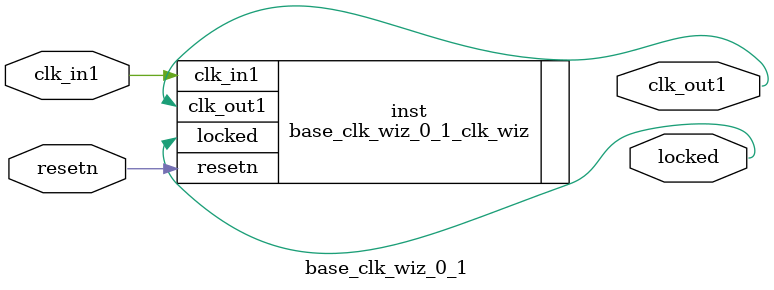
<source format=v>


`timescale 1ps/1ps

(* CORE_GENERATION_INFO = "base_clk_wiz_0_1,clk_wiz_v6_0_1_0_0,{component_name=base_clk_wiz_0_1,use_phase_alignment=true,use_min_o_jitter=false,use_max_i_jitter=false,use_dyn_phase_shift=false,use_inclk_switchover=false,use_dyn_reconfig=false,enable_axi=0,feedback_source=FDBK_AUTO,PRIMITIVE=MMCM,num_out_clk=1,clkin1_period=10.000,clkin2_period=10.000,use_power_down=false,use_reset=true,use_locked=true,use_inclk_stopped=false,feedback_type=SINGLE,CLOCK_MGR_TYPE=NA,manual_override=false}" *)

module base_clk_wiz_0_1 
 (
  // Clock out ports
  output        clk_out1,
  // Status and control signals
  input         resetn,
  output        locked,
 // Clock in ports
  input         clk_in1
 );

  base_clk_wiz_0_1_clk_wiz inst
  (
  // Clock out ports  
  .clk_out1(clk_out1),
  // Status and control signals               
  .resetn(resetn), 
  .locked(locked),
 // Clock in ports
  .clk_in1(clk_in1)
  );

endmodule

</source>
